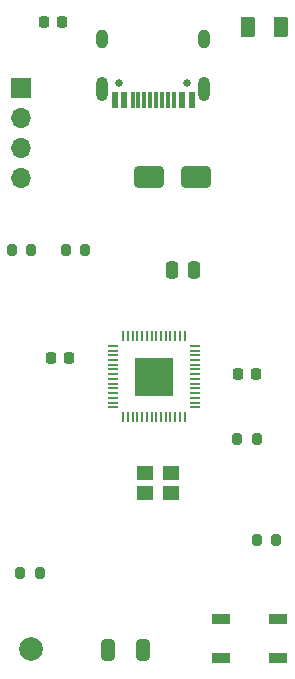
<source format=gbr>
%TF.GenerationSoftware,KiCad,Pcbnew,8.0.6*%
%TF.CreationDate,2025-05-14T20:02:39-04:00*%
%TF.ProjectId,touch_volume_controller,746f7563-685f-4766-9f6c-756d655f636f,rev?*%
%TF.SameCoordinates,Original*%
%TF.FileFunction,Soldermask,Top*%
%TF.FilePolarity,Negative*%
%FSLAX46Y46*%
G04 Gerber Fmt 4.6, Leading zero omitted, Abs format (unit mm)*
G04 Created by KiCad (PCBNEW 8.0.6) date 2025-05-14 20:02:39*
%MOMM*%
%LPD*%
G01*
G04 APERTURE LIST*
G04 Aperture macros list*
%AMRoundRect*
0 Rectangle with rounded corners*
0 $1 Rounding radius*
0 $2 $3 $4 $5 $6 $7 $8 $9 X,Y pos of 4 corners*
0 Add a 4 corners polygon primitive as box body*
4,1,4,$2,$3,$4,$5,$6,$7,$8,$9,$2,$3,0*
0 Add four circle primitives for the rounded corners*
1,1,$1+$1,$2,$3*
1,1,$1+$1,$4,$5*
1,1,$1+$1,$6,$7*
1,1,$1+$1,$8,$9*
0 Add four rect primitives between the rounded corners*
20,1,$1+$1,$2,$3,$4,$5,0*
20,1,$1+$1,$4,$5,$6,$7,0*
20,1,$1+$1,$6,$7,$8,$9,0*
20,1,$1+$1,$8,$9,$2,$3,0*%
G04 Aperture macros list end*
%ADD10RoundRect,0.200000X-0.200000X-0.275000X0.200000X-0.275000X0.200000X0.275000X-0.200000X0.275000X0*%
%ADD11RoundRect,0.225000X-0.225000X-0.250000X0.225000X-0.250000X0.225000X0.250000X-0.225000X0.250000X0*%
%ADD12R,1.400000X1.200000*%
%ADD13RoundRect,0.250000X-0.325000X-0.650000X0.325000X-0.650000X0.325000X0.650000X-0.325000X0.650000X0*%
%ADD14RoundRect,0.250000X1.000000X0.650000X-1.000000X0.650000X-1.000000X-0.650000X1.000000X-0.650000X0*%
%ADD15C,2.000000*%
%ADD16RoundRect,0.250000X-0.250000X-0.475000X0.250000X-0.475000X0.250000X0.475000X-0.250000X0.475000X0*%
%ADD17RoundRect,0.090000X-0.660000X-0.360000X0.660000X-0.360000X0.660000X0.360000X-0.660000X0.360000X0*%
%ADD18C,0.650000*%
%ADD19R,0.600000X1.450000*%
%ADD20R,0.300000X1.450000*%
%ADD21O,1.000000X2.100000*%
%ADD22O,1.000000X1.600000*%
%ADD23R,1.700000X1.700000*%
%ADD24O,1.700000X1.700000*%
%ADD25RoundRect,0.250000X-0.375000X-0.625000X0.375000X-0.625000X0.375000X0.625000X-0.375000X0.625000X0*%
%ADD26RoundRect,0.050000X-0.387500X-0.050000X0.387500X-0.050000X0.387500X0.050000X-0.387500X0.050000X0*%
%ADD27RoundRect,0.050000X-0.050000X-0.387500X0.050000X-0.387500X0.050000X0.387500X-0.050000X0.387500X0*%
%ADD28R,3.200000X3.200000*%
G04 APERTURE END LIST*
D10*
%TO.C,R4*%
X30137600Y-70180200D03*
X31787600Y-70180200D03*
%TD*%
D11*
%TO.C,C3*%
X33464200Y-79324200D03*
X35014200Y-79324200D03*
%TD*%
D12*
%TO.C,Y1*%
X43627400Y-89128600D03*
X41427400Y-89128600D03*
X41427400Y-90828600D03*
X43627400Y-90828600D03*
%TD*%
D10*
%TO.C,R2*%
X30874200Y-97561400D03*
X32524200Y-97561400D03*
%TD*%
D11*
%TO.C,C1*%
X32829200Y-50876200D03*
X34379200Y-50876200D03*
%TD*%
D13*
%TO.C,C5*%
X38301400Y-104063800D03*
X41251400Y-104063800D03*
%TD*%
D14*
%TO.C,D1*%
X45764200Y-64058800D03*
X41764200Y-64058800D03*
%TD*%
D10*
%TO.C,R3*%
X50889400Y-94792800D03*
X52539400Y-94792800D03*
%TD*%
%TO.C,R1*%
X49213000Y-86233000D03*
X50863000Y-86233000D03*
%TD*%
D11*
%TO.C,C4*%
X49263000Y-80721200D03*
X50813000Y-80721200D03*
%TD*%
D15*
%TO.C,TP1*%
X31724600Y-103962200D03*
%TD*%
D16*
%TO.C,C2*%
X43677800Y-71882000D03*
X45577800Y-71882000D03*
%TD*%
D17*
%TO.C,D2*%
X47816600Y-101423200D03*
X47816600Y-104723200D03*
X52716600Y-104723200D03*
X52716600Y-101423200D03*
%TD*%
D10*
%TO.C,R5*%
X34709600Y-70205600D03*
X36359600Y-70205600D03*
%TD*%
D18*
%TO.C,J1*%
X45003200Y-56041600D03*
X39223200Y-56041600D03*
D19*
X45363200Y-57486600D03*
X44563200Y-57486600D03*
D20*
X43363200Y-57486600D03*
X42363200Y-57486600D03*
X41863200Y-57486600D03*
X40863200Y-57486600D03*
D19*
X39663200Y-57486600D03*
X38863200Y-57486600D03*
X38863200Y-57486600D03*
X39663200Y-57486600D03*
D20*
X40363200Y-57486600D03*
X41363200Y-57486600D03*
X42863200Y-57486600D03*
X43863200Y-57486600D03*
D19*
X44563200Y-57486600D03*
X45363200Y-57486600D03*
D21*
X46433200Y-56571600D03*
D22*
X46433200Y-52391600D03*
D21*
X37793200Y-56571600D03*
D22*
X37793200Y-52391600D03*
%TD*%
D23*
%TO.C,J2*%
X30962200Y-56525000D03*
D24*
X30962200Y-59065000D03*
X30962200Y-61605000D03*
X30962200Y-64145000D03*
%TD*%
D25*
%TO.C,F1*%
X50111200Y-51333400D03*
X52911200Y-51333400D03*
%TD*%
D26*
%TO.C,U1*%
X38736100Y-78332900D03*
X38736100Y-78732900D03*
X38736100Y-79132900D03*
X38736100Y-79532900D03*
X38736100Y-79932900D03*
X38736100Y-80332900D03*
X38736100Y-80732900D03*
X38736100Y-81132900D03*
X38736100Y-81532900D03*
X38736100Y-81932900D03*
X38736100Y-82332900D03*
X38736100Y-82732900D03*
X38736100Y-83132900D03*
X38736100Y-83532900D03*
D27*
X39573600Y-84370400D03*
X39973600Y-84370400D03*
X40373600Y-84370400D03*
X40773600Y-84370400D03*
X41173600Y-84370400D03*
X41573600Y-84370400D03*
X41973600Y-84370400D03*
X42373600Y-84370400D03*
X42773600Y-84370400D03*
X43173600Y-84370400D03*
X43573600Y-84370400D03*
X43973600Y-84370400D03*
X44373600Y-84370400D03*
X44773600Y-84370400D03*
D26*
X45611100Y-83532900D03*
X45611100Y-83132900D03*
X45611100Y-82732900D03*
X45611100Y-82332900D03*
X45611100Y-81932900D03*
X45611100Y-81532900D03*
X45611100Y-81132900D03*
X45611100Y-80732900D03*
X45611100Y-80332900D03*
X45611100Y-79932900D03*
X45611100Y-79532900D03*
X45611100Y-79132900D03*
X45611100Y-78732900D03*
X45611100Y-78332900D03*
D27*
X44773600Y-77495400D03*
X44373600Y-77495400D03*
X43973600Y-77495400D03*
X43573600Y-77495400D03*
X43173600Y-77495400D03*
X42773600Y-77495400D03*
X42373600Y-77495400D03*
X41973600Y-77495400D03*
X41573600Y-77495400D03*
X41173600Y-77495400D03*
X40773600Y-77495400D03*
X40373600Y-77495400D03*
X39973600Y-77495400D03*
X39573600Y-77495400D03*
D28*
X42173600Y-80932900D03*
%TD*%
M02*

</source>
